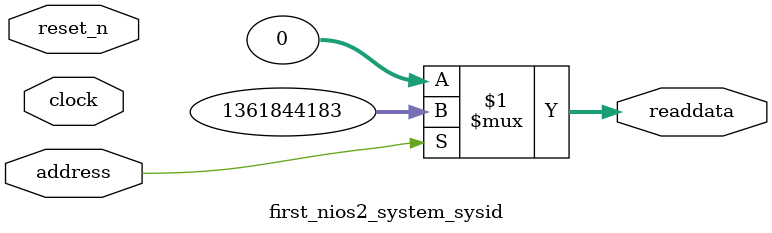
<source format=v>

`timescale 1ns / 1ps
// synthesis translate_on

// turn off superfluous verilog processor warnings 
// altera message_level Level1 
// altera message_off 10034 10035 10036 10037 10230 10240 10030 

module first_nios2_system_sysid (
               // inputs:
                address,
                clock,
                reset_n,

               // outputs:
                readdata
             )
;

  output  [ 31: 0] readdata;
  input            address;
  input            clock;
  input            reset_n;

  wire    [ 31: 0] readdata;
  //control_slave, which is an e_avalon_slave
  assign readdata = address ? 1361844183 : 0;

endmodule




</source>
